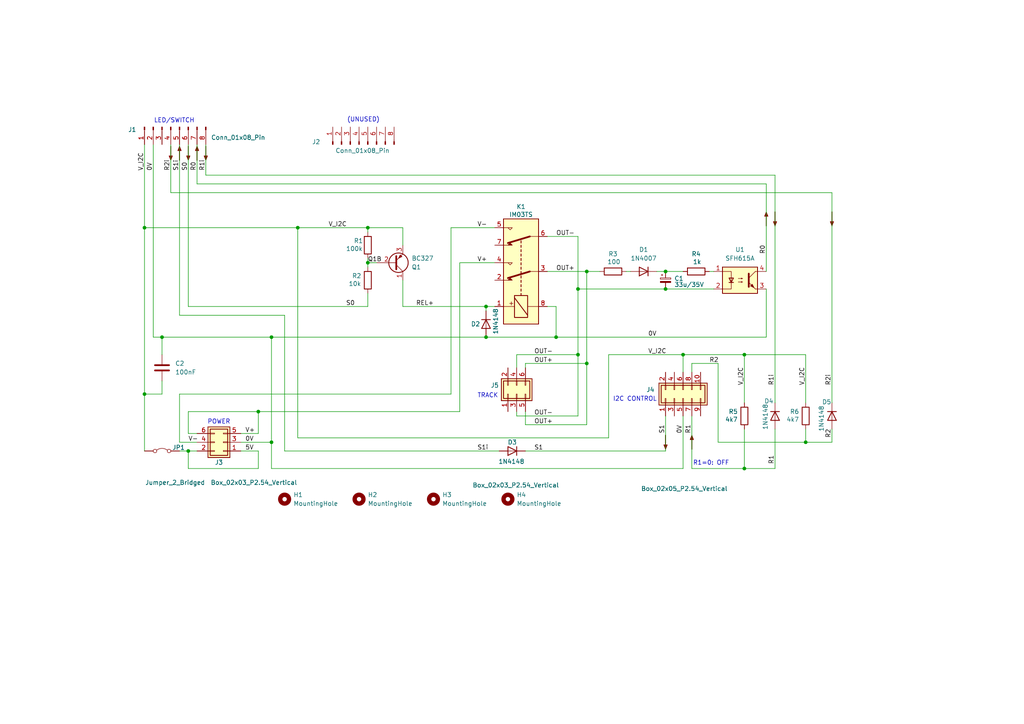
<source format=kicad_sch>
(kicad_sch (version 20231120) (generator "eeschema") (generator_version "8.0")
  (paper "A4")
  (title_block (date "2024-10-22"))
  (lib_symbols
    (symbol "Connector:Conn_01x08_Pin" (pin_names (offset 1.016) hide)
      (property "Reference" "J" (at 0 10.16 0))
      (property "Value" "Conn_01x08_Pin" (at 0 -12.7 0))
      (symbol "Conn_01x08_Pin_1_1"
        (polyline (pts (xy 1.27 -10.16) (xy 0.8636 -10.16)) (stroke (width 0.1524)))
        (polyline (pts (xy 1.27 -7.62) (xy 0.8636 -7.62)) (stroke (width 0.1524)))
        (polyline (pts (xy 1.27 -5.08) (xy 0.8636 -5.08)) (stroke (width 0.1524)))
        (polyline (pts (xy 1.27 -2.54) (xy 0.8636 -2.54)) (stroke (width 0.1524)))
        (polyline (pts (xy 1.27 0) (xy 0.8636 0)) (stroke (width 0.1524)))
        (polyline (pts (xy 1.27 2.54) (xy 0.8636 2.54)) (stroke (width 0.1524)))
        (polyline (pts (xy 1.27 5.08) (xy 0.8636 5.08)) (stroke (width 0.1524)))
        (polyline (pts (xy 1.27 7.62) (xy 0.8636 7.62)) (stroke (width 0.1524)))
        (rectangle (start 0.8636 -10.033) (end 0 -10.287) (stroke (width 0.1524)) (fill (type outline)))
        (rectangle (start 0.8636 -7.493) (end 0 -7.747) (stroke (width 0.1524)) (fill (type outline)))
        (rectangle (start 0.8636 -4.953) (end 0 -5.207) (stroke (width 0.1524)) (fill (type outline)))
        (rectangle (start 0.8636 -2.413) (end 0 -2.667) (stroke (width 0.1524)) (fill (type outline)))
        (rectangle (start 0.8636 0.127) (end 0 -0.127) (stroke (width 0.1524)) (fill (type outline)))
        (rectangle (start 0.8636 2.667) (end 0 2.413) (stroke (width 0.1524)) (fill (type outline)))
        (rectangle (start 0.8636 5.207) (end 0 4.953) (stroke (width 0.1524)) (fill (type outline)))
        (rectangle (start 0.8636 7.747) (end 0 7.493) (stroke (width 0.1524)) (fill (type outline)))
        (pin passive line (at 5.08 7.62 180) (length 3.81) (name "Pin_1") (number "1"))
        (pin passive line (at 5.08 5.08 180) (length 3.81) (name "Pin_2") (number "2"))
        (pin passive line (at 5.08 2.54 180) (length 3.81) (name "Pin_3") (number "3"))
        (pin passive line (at 5.08 0 180) (length 3.81) (name "Pin_4") (number "4"))
        (pin passive line (at 5.08 -2.54 180) (length 3.81) (name "Pin_5") (number "5"))
        (pin passive line (at 5.08 -5.08 180) (length 3.81) (name "Pin_6") (number "6"))
        (pin passive line (at 5.08 -7.62 180) (length 3.81) (name "Pin_7") (number "7"))
        (pin passive line (at 5.08 -10.16 180) (length 3.81) (name "Pin_8") (number "8"))
      )
    )
    (symbol "Device:C" (pin_numbers hide) (pin_names (offset 0.254))
      (property "Reference" "C" (at 0.635 2.54 0))
      (property "Value" "C" (at 0.635 -2.54 0))
      (symbol "C_0_1"
        (polyline (pts (xy -2.032 -0.762) (xy 2.032 -0.762)) (stroke (width 0.508)))
        (polyline (pts (xy -2.032 0.762) (xy 2.032 0.762)) (stroke (width 0.508)))
      )
      (symbol "C_1_1"
        (pin passive line (at 0 3.81 270) (length 2.794) (name "~") (number "1"))
        (pin passive line (at 0 -3.81 90) (length 2.794) (name "~") (number "2"))
      )
    )
    (symbol "Device:C_Polarized_Small" (pin_numbers hide) (pin_names (offset 0.254) hide)
      (property "Reference" "C" (at 0.254 1.778 0))
      (property "Value" "C_Polarized_Small" (at 0.254 -2.032 0))
      (symbol "C_Polarized_Small_0_1"
        (rectangle (start -1.524 -0.3048) (end 1.524 -0.6858) (fill (type outline)))
        (rectangle (start -1.524 0.6858) (end 1.524 0.3048))
        (polyline (pts (xy -1.27 1.524) (xy -0.762 1.524)))
        (polyline (pts (xy -1.016 1.27) (xy -1.016 1.778)))
      )
      (symbol "C_Polarized_Small_1_1"
        (pin passive line (at 0 2.54 270) (length 1.8542) (name "~") (number "1"))
        (pin passive line (at 0 -2.54 90) (length 1.8542) (name "~") (number "2"))
      )
    )
    (symbol "Device:R" (pin_numbers hide) (pin_names (offset 0))
      (property "Reference" "R" (at 2.032 0 90))
      (property "Value" "R" (at 0 0 90))
      (symbol "R_0_1"
        (rectangle (start -1.016 -2.54) (end 1.016 2.54) (stroke (width 0.254)))
      )
      (symbol "R_1_1"
        (pin passive line (at 0 3.81 270) (length 1.27) (name "~") (number "1"))
        (pin passive line (at 0 -3.81 90) (length 1.27) (name "~") (number "2"))
      )
    )
    (symbol "Diode:1N4007" (pin_numbers hide) (pin_names hide)
      (property "Reference" "D" (at 0 2.54 0))
      (property "Value" "1N4007" (at 0 -2.54 0))
      (symbol "1N4007_0_1"
        (polyline (pts (xy -1.27 1.27) (xy -1.27 -1.27)) (stroke (width 0.254)))
        (polyline (pts (xy 1.27 0) (xy -1.27 0)))
        (polyline (pts (xy 1.27 1.27) (xy 1.27 -1.27) (xy -1.27 0) (xy 1.27 1.27)) (stroke (width 0.254)))
      )
      (symbol "1N4007_1_1"
        (pin passive line (at -3.81 0 0) (length 2.54) (name "K") (number "1"))
        (pin passive line (at 3.81 0 180) (length 2.54) (name "A") (number "2"))
      )
    )
    (symbol "Diode:1N4148" (pin_numbers hide) (pin_names hide)
      (property "Reference" "D" (at 0 2.54 0))
      (property "Value" "1N4148" (at 0 -2.54 0))
      (symbol "1N4148_0_1"
        (polyline (pts (xy -1.27 1.27) (xy -1.27 -1.27)) (stroke (width 0.254)))
        (polyline (pts (xy 1.27 0) (xy -1.27 0)))
        (polyline (pts (xy 1.27 1.27) (xy 1.27 -1.27) (xy -1.27 0) (xy 1.27 1.27)) (stroke (width 0.254)))
      )
      (symbol "1N4148_1_1"
        (pin passive line (at -3.81 0 0) (length 2.54) (name "K") (number "1"))
        (pin passive line (at 3.81 0 180) (length 2.54) (name "A") (number "2"))
      )
    )
    (symbol "Graphic:SYM_Arrow_Small" (in_bom no) (on_board no)
      (symbol "SYM_Arrow_Small_0_1"
        (polyline (pts (xy 1.524 0) (xy -2.032 0)) (stroke (width 0.254)))
        (polyline (pts (xy 2.032 0) (xy 0.762 -0.508) (xy 0.762 0.508) (xy 2.032 0)) (fill (type outline)))
      )
    )
    (symbol "Jumper:Jumper_2_Bridged" (pin_numbers hide) (pin_names (offset 0) hide) (exclude_from_sim yes)
      (property "Reference" "JP" (at 0 1.905 0))
      (property "Value" "Jumper_2_Bridged" (at 0 -2.54 0))
      (symbol "Jumper_2_Bridged_0_0"
        (circle (center -2.032 0) (radius 0.508))
        (circle (center 2.032 0) (radius 0.508))
      )
      (symbol "Jumper_2_Bridged_0_1"
        (arc (start 1.524 0.254) (mid 0 0.762) (end -1.524 0.254))
      )
      (symbol "Jumper_2_Bridged_1_1"
        (pin passive line (at -5.08 0 0) (length 2.54) (name "A") (number "1"))
        (pin passive line (at 5.08 0 180) (length 2.54) (name "B") (number "2"))
      )
    )
    (symbol "Relay:IM03"
      (property "Reference" "K" (at 16.51 3.81 0))
      (property "Value" "IM03" (at 16.51 1.27 0))
      (symbol "IM03_0_0"
        (text "+" (at -9.271 2.921 0) (effects (font (size 1.27 1.27))))
      )
      (symbol "IM03_0_1"
        (rectangle (start -15.24 5.08) (end 15.24 -5.08) (stroke (width 0.254)) (fill (type background)))
        (rectangle (start -13.335 1.905) (end -6.985 -1.905) (stroke (width 0.254)))
        (polyline (pts (xy -12.7 -1.905) (xy -7.62 1.905)) (stroke (width 0.254)))
        (polyline (pts (xy -10.16 -5.08) (xy -10.16 -1.905)))
        (polyline (pts (xy -10.16 5.08) (xy -10.16 1.905)))
        (polyline (pts (xy -6.985 0) (xy -6.35 0)) (stroke (width 0.254)))
        (polyline (pts (xy -5.715 0) (xy -5.08 0)) (stroke (width 0.254)))
        (polyline (pts (xy -4.445 0) (xy -3.81 0)) (stroke (width 0.254)))
        (polyline (pts (xy -3.175 0) (xy -2.54 0)) (stroke (width 0.254)))
        (polyline (pts (xy -1.905 0) (xy -1.27 0)) (stroke (width 0.254)))
        (polyline (pts (xy -0.635 0) (xy 0 0)) (stroke (width 0.254)))
        (polyline (pts (xy 0 -2.54) (xy -1.905 3.81)) (stroke (width 0.508)))
        (polyline (pts (xy 0 -2.54) (xy 0 -5.08)))
        (polyline (pts (xy 0.635 0) (xy 1.27 0)) (stroke (width 0.254)))
        (polyline (pts (xy 1.905 0) (xy 2.54 0)) (stroke (width 0.254)))
        (polyline (pts (xy 3.175 0) (xy 3.81 0)) (stroke (width 0.254)))
        (polyline (pts (xy 4.445 0) (xy 5.08 0)) (stroke (width 0.254)))
        (polyline (pts (xy 5.715 0) (xy 6.35 0)) (stroke (width 0.254)))
        (polyline (pts (xy 6.985 0) (xy 7.62 0)) (stroke (width 0.254)))
        (polyline (pts (xy 8.255 0) (xy 8.89 0)) (stroke (width 0.254)))
        (polyline (pts (xy 10.16 -2.54) (xy 8.255 3.81)) (stroke (width 0.508)))
        (polyline (pts (xy 10.16 -2.54) (xy 10.16 -5.08)))
        (polyline (pts (xy -2.54 5.08) (xy -2.54 2.54) (xy -1.905 3.175) (xy -2.54 3.81)) (fill (type outline)))
        (polyline (pts (xy 2.54 5.08) (xy 2.54 2.54) (xy 1.905 3.175) (xy 2.54 3.81)))
        (polyline (pts (xy 7.62 5.08) (xy 7.62 2.54) (xy 8.255 3.175) (xy 7.62 3.81)) (fill (type outline)))
        (polyline (pts (xy 12.7 5.08) (xy 12.7 2.54) (xy 12.065 3.175) (xy 12.7 3.81)))
      )
      (symbol "IM03_1_1"
        (pin passive line (at -10.16 7.62 270) (length 2.54) (name "~") (number "1"))
        (pin passive line (at -2.54 7.62 270) (length 2.54) (name "~") (number "2"))
        (pin passive line (at 0 -7.62 90) (length 2.54) (name "~") (number "3"))
        (pin passive line (at 2.54 7.62 270) (length 2.54) (name "~") (number "4"))
        (pin passive line (at 12.7 7.62 270) (length 2.54) (name "~") (number "5"))
        (pin passive line (at 10.16 -7.62 90) (length 2.54) (name "~") (number "6"))
        (pin passive line (at 7.62 7.62 270) (length 2.54) (name "~") (number "7"))
        (pin passive line (at -10.16 -7.62 90) (length 2.54) (name "~") (number "8"))
      )
    )
    (symbol "Transistor_BJT:BC327" (pin_names (offset 0) hide)
      (property "Reference" "Q" (at 5.08 1.905 0))
      (property "Value" "BC327" (at 5.08 0 0))
      (symbol "BC327_0_1"
        (polyline (pts (xy 0.635 0.635) (xy 2.54 2.54)))
        (polyline (pts (xy 0.635 -0.635) (xy 2.54 -2.54) (xy 2.54 -2.54)))
        (polyline (pts (xy 0.635 1.905) (xy 0.635 -1.905) (xy 0.635 -1.905)) (stroke (width 0.508)))
        (polyline (pts (xy 2.286 -1.778) (xy 1.778 -2.286) (xy 1.27 -1.27) (xy 2.286 -1.778) (xy 2.286 -1.778)) (fill (type outline)))
        (circle (center 1.27 0) (radius 2.8194) (stroke (width 0.254)))
      )
      (symbol "BC327_1_1"
        (pin passive line (at 2.54 5.08 270) (length 2.54) (name "C") (number "1"))
        (pin input line (at -5.08 0 0) (length 5.715) (name "B") (number "2"))
        (pin passive line (at 2.54 -5.08 90) (length 2.54) (name "E") (number "3"))
      )
    )
    (symbol "_kh_library:Box_02x03_P2.54_Vertical" (pin_names (offset 1.016) hide)
      (property "Reference" "J" (at 1.27 5.588 0))
      (property "Value" "Box_02x03_P2.54_Vertical" (at 1.27 -6.35 0))
      (symbol "Box_02x03_P2.54_Vertical_1_1"
        (rectangle (start -1.905 4.445) (end 4.445 -4.445) (stroke (width 0.254)) (fill (type background)))
        (rectangle (start -1.27 -2.413) (end 0 -2.667) (stroke (width 0.1524)))
        (rectangle (start -1.27 0.127) (end 0 -0.127) (stroke (width 0.1524)))
        (rectangle (start -1.27 2.667) (end 0 2.413) (stroke (width 0.1524)))
        (rectangle (start -1.27 3.81) (end 3.81 -3.81) (stroke (width 0.254)) (fill (type background)))
        (rectangle (start 3.81 -2.413) (end 2.54 -2.667) (stroke (width 0.1524)))
        (rectangle (start 3.81 0.127) (end 2.54 -0.127) (stroke (width 0.1524)))
        (rectangle (start 3.81 2.667) (end 2.54 2.413) (stroke (width 0.1524)))
        (pin passive line (at -5.08 2.54 0) (length 3.81) (name "Pin_1") (number "1"))
        (pin passive line (at 7.62 2.54 180) (length 3.81) (name "Pin_2") (number "2"))
        (pin passive line (at -5.08 0 0) (length 3.81) (name "Pin_3") (number "3"))
        (pin passive line (at 7.62 0 180) (length 3.81) (name "Pin_4") (number "4"))
        (pin passive line (at -5.08 -2.54 0) (length 3.81) (name "Pin_5") (number "5"))
        (pin passive line (at 7.62 -2.54 180) (length 3.81) (name "Pin_6") (number "6"))
      )
    )
    (symbol "_kh_library:Box_02x05_P2.54_Vertical" (pin_names (offset 1.016) hide)
      (property "Reference" "J" (at 1.27 5.588 0))
      (property "Value" "Box_02x05_P2.54_Vertical" (at 1.27 -11.176 0))
      (symbol "Box_02x05_P2.54_Vertical_1_1"
        (rectangle (start -1.905 4.445) (end 4.445 -9.525) (stroke (width 0.254)) (fill (type background)))
        (rectangle (start -1.27 -7.493) (end 0 -7.747) (stroke (width 0.1524)))
        (rectangle (start -1.27 -4.953) (end 0 -5.207) (stroke (width 0.1524)))
        (rectangle (start -1.27 -2.413) (end 0 -2.667) (stroke (width 0.1524)))
        (rectangle (start -1.27 0.127) (end 0 -0.127) (stroke (width 0.1524)))
        (rectangle (start -1.27 2.667) (end 0 2.413) (stroke (width 0.1524)))
        (rectangle (start -1.27 3.81) (end 3.81 -8.89) (stroke (width 0.254)) (fill (type background)))
        (rectangle (start 2.54 -7.493) (end 3.81 -7.747) (stroke (width 0.1524)))
        (rectangle (start 2.54 -4.953) (end 3.81 -5.207) (stroke (width 0.1524)))
        (rectangle (start 2.54 -2.413) (end 3.81 -2.667) (stroke (width 0.1524)))
        (rectangle (start 3.81 0.127) (end 2.54 -0.127) (stroke (width 0.1524)))
        (rectangle (start 3.81 2.667) (end 2.54 2.413) (stroke (width 0.1524)))
        (pin passive line (at -5.08 2.54 0) (length 3.81) (name "Pin_1") (number "1"))
        (pin passive line (at 7.62 -7.62 180) (length 3.81) (name "Pin_10") (number "10"))
        (pin passive line (at 7.62 2.54 180) (length 3.81) (name "Pin_2") (number "2"))
        (pin passive line (at -5.08 0 0) (length 3.81) (name "Pin_3") (number "3"))
        (pin passive line (at 7.62 0 180) (length 3.81) (name "Pin_4") (number "4"))
        (pin passive line (at -5.08 -2.54 0) (length 3.81) (name "Pin_5") (number "5"))
        (pin passive line (at 7.62 -2.54 180) (length 3.81) (name "Pin_6") (number "6"))
        (pin passive line (at -5.08 -5.08 0) (length 3.81) (name "Pin_7") (number "7"))
        (pin passive line (at 7.62 -5.08 180) (length 3.81) (name "Pin_8") (number "8"))
        (pin passive line (at -5.08 -7.62 0) (length 3.81) (name "Pin_9") (number "9"))
      )
    )
    (symbol "_kh_library:MountingHole" (pin_names (offset 1.016)) (exclude_from_sim yes) (in_bom no)
      (property "Reference" "H" (at 0 5.08 0))
      (property "Value" "MountingHole" (at 0 3.175 0))
      (symbol "MountingHole_0_1"
        (circle (center 0 0) (radius 1.27) (stroke (width 1.27)))
      )
    )
    (symbol "_kh_library:SFH615A" (pin_names (offset 1.016))
      (property "Reference" "U" (at -5.08 5.08 0))
      (property "Value" "SFH615A" (at 0 5.08 0))
      (symbol "SFH615A_0_1"
        (rectangle (start -5.08 3.81) (end 5.08 -3.81) (stroke (width 0.254)) (fill (type background)))
        (polyline (pts (xy -3.175 -0.635) (xy -1.905 -0.635)) (stroke (width 0.254)))
        (polyline (pts (xy 2.54 0.635) (xy 4.445 2.54)))
        (polyline (pts (xy 4.445 -2.54) (xy 2.54 -0.635)) (fill (type outline)))
        (polyline (pts (xy 4.445 -2.54) (xy 5.08 -2.54)))
        (polyline (pts (xy 4.445 2.54) (xy 5.08 2.54)))
        (polyline (pts (xy -2.54 -0.635) (xy -2.54 -2.54) (xy -5.08 -2.54)))
        (polyline (pts (xy 2.54 1.905) (xy 2.54 -1.905) (xy 2.54 -1.905)) (stroke (width 0.508)))
        (polyline (pts (xy -5.08 2.54) (xy -2.54 2.54) (xy -2.54 -1.27) (xy -2.54 0.635)))
        (polyline (pts (xy -2.54 -0.635) (xy -3.175 0.635) (xy -1.905 0.635) (xy -2.54 -0.635)) (stroke (width 0.254)))
        (polyline (pts (xy -0.508 -0.508) (xy 0.762 -0.508) (xy 0.381 -0.635) (xy 0.381 -0.381) (xy 0.762 -0.508)))
        (polyline (pts (xy -0.508 0.508) (xy 0.762 0.508) (xy 0.381 0.381) (xy 0.381 0.635) (xy 0.762 0.508)))
        (polyline (pts (xy 3.048 -1.651) (xy 3.556 -1.143) (xy 4.064 -2.159) (xy 3.048 -1.651) (xy 3.048 -1.651)) (fill (type outline)))
      )
      (symbol "SFH615A_1_1"
        (pin passive line (at -7.62 2.54 0) (length 2.54) (name "~") (number "1"))
        (pin passive line (at -7.62 -2.54 0) (length 2.54) (name "~") (number "2"))
        (pin passive line (at 7.62 -2.54 180) (length 2.54) (name "~") (number "3"))
        (pin passive line (at 7.62 2.54 180) (length 2.54) (name "~") (number "4"))
      )
    )
  )
  (junction (at 170.18 105.41))
  (junction (at 46.99 97.79))
  (junction (at 233.68 128.27))
  (junction (at 41.91 66.04))
  (junction (at 78.74 97.79))
  (junction (at 54.61 130.81))
  (junction (at 193.04 78.74))
  (junction (at 215.9 135.89))
  (junction (at 78.74 128.27))
  (junction (at 167.64 102.87))
  (junction (at 161.29 97.79))
  (junction (at 215.9 102.87))
  (junction (at 140.97 88.9))
  (junction (at 106.68 76.2))
  (junction (at 74.93 119.38))
  (junction (at 198.12 102.87))
  (junction (at 86.36 66.04))
  (junction (at 193.04 83.82))
  (junction (at 170.18 78.74))
  (junction (at 41.91 114.3))
  (junction (at 106.68 66.04))
  (junction (at 140.97 97.79))
  (junction (at 167.64 83.82))
  (wire (pts (xy 54.61 135.89) (xy 54.61 130.81)))
  (wire (pts (xy 233.68 124.46) (xy 233.68 128.27)))
  (wire (pts (xy 167.64 68.58) (xy 158.75 68.58)))
  (wire (pts (xy 170.18 78.74) (xy 173.99 78.74)))
  (wire (pts (xy 161.29 97.79) (xy 222.25 97.79)))
  (wire (pts (xy 181.61 78.74) (xy 182.88 78.74)))
  (wire (pts (xy 78.74 135.89) (xy 78.74 128.27)))
  (wire (pts (xy 222.25 53.34) (xy 57.15 53.34)))
  (wire (pts (xy 86.36 66.04) (xy 86.36 127)))
  (wire (pts (xy 59.69 41.91) (xy 59.69 50.8)))
  (wire (pts (xy 106.68 76.2) (xy 106.68 77.47)))
  (wire (pts (xy 224.79 124.46) (xy 224.79 135.89)))
  (wire (pts (xy 193.04 130.81) (xy 152.4 130.81)))
  (wire (pts (xy 54.61 125.73) (xy 57.15 125.73)))
  (wire (pts (xy 57.15 128.27) (xy 52.07 128.27)))
  (wire (pts (xy 78.74 135.89) (xy 198.12 135.89)))
  (wire (pts (xy 222.25 78.74) (xy 222.25 53.34)))
  (wire (pts (xy 116.84 66.04) (xy 116.84 71.12)))
  (wire (pts (xy 46.99 97.79) (xy 46.99 102.87)))
  (wire (pts (xy 233.68 128.27) (xy 241.3 128.27)))
  (wire (pts (xy 224.79 50.8) (xy 224.79 116.84)))
  (wire (pts (xy 49.53 55.88) (xy 241.3 55.88)))
  (wire (pts (xy 140.97 88.9) (xy 116.84 88.9)))
  (wire (pts (xy 143.51 88.9) (xy 140.97 88.9)))
  (wire (pts (xy 54.61 41.91) (xy 54.61 88.9)))
  (wire (pts (xy 54.61 88.9) (xy 106.68 88.9)))
  (wire (pts (xy 82.55 130.81) (xy 144.78 130.81)))
  (wire (pts (xy 190.5 78.74) (xy 193.04 78.74)))
  (wire (pts (xy 133.35 119.38) (xy 133.35 76.2)))
  (wire (pts (xy 167.64 120.65) (xy 167.64 102.87)))
  (wire (pts (xy 205.74 78.74) (xy 207.01 78.74)))
  (wire (pts (xy 82.55 91.44) (xy 52.07 91.44)))
  (wire (pts (xy 74.93 125.73) (xy 74.93 119.38)))
  (wire (pts (xy 152.4 123.19) (xy 170.18 123.19)))
  (wire (pts (xy 215.9 102.87) (xy 215.9 116.84)))
  (wire (pts (xy 57.15 41.91) (xy 57.15 53.34)))
  (wire (pts (xy 46.99 97.79) (xy 78.74 97.79)))
  (wire (pts (xy 106.68 74.93) (xy 106.68 76.2)))
  (wire (pts (xy 78.74 128.27) (xy 78.74 97.79)))
  (wire (pts (xy 41.91 114.3) (xy 41.91 130.81)))
  (wire (pts (xy 54.61 130.81) (xy 57.15 130.81)))
  (wire (pts (xy 200.66 105.41) (xy 200.66 107.95)))
  (wire (pts (xy 69.85 128.27) (xy 78.74 128.27)))
  (wire (pts (xy 200.66 135.89) (xy 200.66 120.65)))
  (wire (pts (xy 130.81 66.04) (xy 143.51 66.04)))
  (wire (pts (xy 59.69 50.8) (xy 224.79 50.8)))
  (wire (pts (xy 52.07 130.81) (xy 54.61 130.81)))
  (wire (pts (xy 133.35 76.2) (xy 143.51 76.2)))
  (wire (pts (xy 49.53 41.91) (xy 49.53 55.88)))
  (wire (pts (xy 52.07 114.3) (xy 130.81 114.3)))
  (wire (pts (xy 233.68 116.84) (xy 233.68 102.87)))
  (wire (pts (xy 158.75 78.74) (xy 170.18 78.74)))
  (wire (pts (xy 74.93 119.38) (xy 54.61 119.38)))
  (wire (pts (xy 69.85 125.73) (xy 74.93 125.73)))
  (wire (pts (xy 170.18 105.41) (xy 170.18 123.19)))
  (wire (pts (xy 167.64 83.82) (xy 167.64 102.87)))
  (wire (pts (xy 116.84 81.28) (xy 116.84 88.9)))
  (wire (pts (xy 106.68 66.04) (xy 106.68 67.31)))
  (wire (pts (xy 241.3 124.46) (xy 241.3 128.27)))
  (wire (pts (xy 41.91 66.04) (xy 41.91 114.3)))
  (wire (pts (xy 78.74 97.79) (xy 140.97 97.79)))
  (wire (pts (xy 106.68 66.04) (xy 116.84 66.04)))
  (wire (pts (xy 224.79 135.89) (xy 215.9 135.89)))
  (wire (pts (xy 233.68 128.27) (xy 208.28 128.27)))
  (wire (pts (xy 69.85 130.81) (xy 74.93 130.81)))
  (wire (pts (xy 193.04 78.74) (xy 198.12 78.74)))
  (wire (pts (xy 149.86 120.65) (xy 167.64 120.65)))
  (wire (pts (xy 158.75 88.9) (xy 161.29 88.9)))
  (wire (pts (xy 130.81 114.3) (xy 130.81 66.04)))
  (wire (pts (xy 176.53 127) (xy 176.53 102.87)))
  (wire (pts (xy 74.93 119.38) (xy 133.35 119.38)))
  (wire (pts (xy 106.68 76.2) (xy 109.22 76.2)))
  (wire (pts (xy 215.9 124.46) (xy 215.9 135.89)))
  (wire (pts (xy 170.18 78.74) (xy 170.18 105.41)))
  (wire (pts (xy 106.68 85.09) (xy 106.68 88.9)))
  (wire (pts (xy 193.04 120.65) (xy 193.04 130.81)))
  (wire (pts (xy 161.29 88.9) (xy 161.29 97.79)))
  (wire (pts (xy 54.61 119.38) (xy 54.61 125.73)))
  (wire (pts (xy 167.64 68.58) (xy 167.64 83.82)))
  (wire (pts (xy 44.45 41.91) (xy 44.45 97.79)))
  (wire (pts (xy 152.4 105.41) (xy 170.18 105.41)))
  (wire (pts (xy 152.4 106.68) (xy 152.4 105.41)))
  (wire (pts (xy 82.55 91.44) (xy 82.55 130.81)))
  (wire (pts (xy 193.04 83.82) (xy 207.01 83.82)))
  (wire (pts (xy 86.36 66.04) (xy 106.68 66.04)))
  (wire (pts (xy 193.04 83.82) (xy 167.64 83.82)))
  (wire (pts (xy 74.93 135.89) (xy 54.61 135.89)))
  (wire (pts (xy 140.97 97.79) (xy 161.29 97.79)))
  (wire (pts (xy 200.66 135.89) (xy 215.9 135.89)))
  (wire (pts (xy 46.99 110.49) (xy 46.99 114.3)))
  (wire (pts (xy 44.45 97.79) (xy 46.99 97.79)))
  (wire (pts (xy 46.99 114.3) (xy 41.91 114.3)))
  (wire (pts (xy 86.36 127) (xy 176.53 127)))
  (wire (pts (xy 198.12 135.89) (xy 198.12 120.65)))
  (wire (pts (xy 74.93 130.81) (xy 74.93 135.89)))
  (wire (pts (xy 222.25 83.82) (xy 222.25 97.79)))
  (wire (pts (xy 152.4 119.38) (xy 152.4 123.19)))
  (wire (pts (xy 41.91 41.91) (xy 41.91 66.04)))
  (wire (pts (xy 41.91 66.04) (xy 86.36 66.04)))
  (wire (pts (xy 233.68 102.87) (xy 215.9 102.87)))
  (wire (pts (xy 176.53 102.87) (xy 198.12 102.87)))
  (wire (pts (xy 241.3 55.88) (xy 241.3 116.84)))
  (wire (pts (xy 52.07 91.44) (xy 52.07 41.91)))
  (wire (pts (xy 140.97 88.9) (xy 140.97 90.17)))
  (wire (pts (xy 198.12 102.87) (xy 198.12 107.95)))
  (wire (pts (xy 208.28 105.41) (xy 200.66 105.41)))
  (wire (pts (xy 149.86 102.87) (xy 167.64 102.87)))
  (wire (pts (xy 208.28 128.27) (xy 208.28 105.41)))
  (wire (pts (xy 149.86 119.38) (xy 149.86 120.65)))
  (wire (pts (xy 149.86 106.68) (xy 149.86 102.87)))
  (wire (pts (xy 52.07 128.27) (xy 52.07 114.3)))
  (wire (pts (xy 198.12 102.87) (xy 215.9 102.87)))
  (text "R1=0: OFF" (at 206.248 134.366 0) (effects (font (size 1.27 1.27))))
  (text "TRACK" (at 141.478 114.808 0) (effects (font (size 1.27 1.27))))
  (text "I2C CONTROL" (at 184.15 115.824 0) (effects (font (size 1.27 1.27))))
  (text "POWER" (at 63.5 122.428 0) (effects (font (size 1.27 1.27))))
  (text "(UNUSED)" (at 105.41 34.798 0) (effects (font (size 1.27 1.27))))
  (text "LED/SWITCH" (at 50.546 35.052 0) (effects (font (size 1.27 1.27))))
  (label "V_I2C" (at 41.91 49.53 90))
  (label "R2i" (at 241.3 111.76 90))
  (label "R2" (at 205.74 105.41 0))
  (label "OUT-" (at 154.94 120.65 0))
  (label "OUT+" (at 154.94 105.41 0))
  (label "R1" (at 200.66 125.73 90))
  (label "S1i" (at 52.07 49.53 90))
  (label "0V" (at 198.12 125.73 90))
  (label "V-" (at 138.43 66.04 0))
  (label "R2" (at 241.3 127 90))
  (label "S1" (at 193.04 125.73 90))
  (label "0V" (at 71.12 128.27 0))
  (label "REL+" (at 120.65 88.9 0))
  (label "S0" (at 54.61 49.53 90))
  (label "R2i" (at 49.53 49.53 90))
  (label "OUT+" (at 161.29 78.74 0))
  (label "OUT-" (at 154.94 102.87 0))
  (label "V_I2C" (at 233.68 111.76 90))
  (label "S1i" (at 138.43 130.81 0))
  (label "V-" (at 54.61 128.27 0))
  (label "0V" (at 44.45 49.53 90))
  (label "V_I2C" (at 187.96 102.87 0))
  (label "OUT+" (at 154.94 123.19 0))
  (label "S1" (at 154.94 130.81 0))
  (label "R1" (at 224.79 134.62 90))
  (label "0V" (at 187.96 97.79 0))
  (label "R1i" (at 224.79 111.76 90))
  (label "5V" (at 71.12 130.81 0))
  (label "R0" (at 57.15 49.53 90))
  (label "V+" (at 71.12 125.73 0))
  (label "S0" (at 100.33 88.9 0))
  (label "Q1B" (at 106.68 76.2 0))
  (label "V_I2C" (at 95.25 66.04 0))
  (label "V+" (at 138.43 76.2 0))
  (label "R0" (at 222.25 73.66 90))
  (label "V_I2C" (at 215.9 111.76 90))
  (label "R1i" (at 59.69 49.53 90))
  (label "OUT-" (at 161.29 68.58 0))
  (symbol (lib_id "Connector:Conn_01x08_Pin") (at 104.14 41.91 90) (unit 1)
    (property "Reference" "J2" (at 91.694 41.148 90))
    (property "Value" "Conn_01x08_Pin" (at 105.156 43.688 90))
    (property "Footprint" "_kh_library:PinSocket_1x08_P2.54mm_Vertical_kh" (effects (hide yes)))
    (property "Description" "Generic connector, single row, 01x08, script generated" (effects (hide yes)))
  )
  (symbol (lib_id "Device:R") (at 215.9 120.65 0) (unit 1)
    (property "Reference" "R5" (at 211.328 119.38 0) (effects (justify left)))
    (property "Value" "4k7" (at 210.312 121.666 0) (effects (justify left)))
    (property "Footprint" "_kh_library:R_Axial_P1.778mm_Vertical_kh" (effects (hide yes)))
  )
  (symbol (lib_id "Graphic:SYM_Arrow_Small") (at 59.69 44.45 270) (unit 1) (exclude_from_sim yes) (in_bom no) (on_board no)
    (property "Reference" "#SYM2" (effects (hide yes)))
    (property "Value" "SYM_Arrow_Small" (effects (hide yes)))
    (property "Description" "Filled arrow, 160mil" (effects (hide yes)))
  )
  (symbol (lib_id "Diode:1N4007") (at 186.69 78.74 180) (unit 1)
    (property "Reference" "D1" (at 186.69 72.39 0))
    (property "Value" "1N4007" (at 186.69 74.93 0))
    (property "Footprint" "_kh_library:D_DO-41_SOD81_P3.81mm_Vertical_AnodeUp_kh" (effects (hide yes)))
    (property "Datasheet" "http://www.vishay.com/docs/88503/1n4001.pdf" (effects (hide yes)))
    (property "Description" "1000V 1A General Purpose Rectifier Diode, DO-41" (effects (hide yes)))
    (property "Sim.Device" "D" (effects (hide yes)))
    (property "Sim.Pins" "1=K 2=A" (effects (hide yes)))
  )
  (symbol (lib_id "Diode:1N4148") (at 241.3 120.65 270) (unit 1)
    (property "Reference" "D5" (at 239.776 116.586 90))
    (property "Value" "1N4148" (at 238.252 121.412 0))
    (property "Footprint" "_kh_library:D_DO-35_P2.0mm_Vertical_AnodeUp_kh" (effects (hide yes)))
    (property "Datasheet" "https://assets.nexperia.com/documents/data-sheet/1N4148_1N4448.pdf" (effects (hide yes)))
    (property "Description" "100V 0.15A standard switching diode, DO-35" (effects (hide yes)))
    (property "Sim.Device" "D" (effects (hide yes)))
    (property "Sim.Pins" "1=K 2=A" (effects (hide yes)))
  )
  (symbol (lib_id "Graphic:SYM_Arrow_Small") (at 193.04 128.27 270) (unit 1) (exclude_from_sim yes) (in_bom no) (on_board no)
    (property "Reference" "#SYM7" (effects (hide yes)))
    (property "Value" "SYM_Arrow_Small" (effects (hide yes)))
    (property "Description" "Filled arrow, 160mil" (effects (hide yes)))
  )
  (symbol (lib_id "Graphic:SYM_Arrow_Small") (at 49.53 44.45 270) (unit 1) (exclude_from_sim yes) (in_bom no) (on_board no)
    (property "Reference" "#SYM9" (effects (hide yes)))
    (property "Value" "SYM_Arrow_Small" (effects (hide yes)))
    (property "Description" "Filled arrow, 160mil" (effects (hide yes)))
  )
  (symbol (lib_id "_kh_library:MountingHole") (at 125.73 144.78 0) (unit 1) (exclude_from_sim yes) (in_bom no)
    (property "Reference" "H3" (at 128.27 143.5099 0) (effects (justify left)))
    (property "Value" "MountingHole" (at 128.27 146.0499 0) (effects (justify left)))
    (property "Footprint" "_kh_library:MountingHole_2.2mm_M2_Pad_TopBottom_kh" (effects (hide yes)))
    (property "Description" "Mounting Hole without connection" (effects (hide yes)))
  )
  (symbol (lib_id "Diode:1N4148") (at 148.59 130.81 180) (unit 1)
    (property "Reference" "D3" (at 148.59 128.27 0))
    (property "Value" "1N4148" (at 148.336 133.858 0))
    (property "Footprint" "Diode_THT:D_DO-35_SOD27_P2.54mm_Vertical_AnodeUp" (effects (hide yes)))
    (property "Datasheet" "https://assets.nexperia.com/documents/data-sheet/1N4148_1N4448.pdf" (effects (hide yes)))
    (property "Description" "100V 0.15A standard switching diode, DO-35" (effects (hide yes)))
    (property "Sim.Device" "D" (effects (hide yes)))
    (property "Sim.Pins" "1=K 2=A" (effects (hide yes)))
  )
  (symbol (lib_id "Transistor_BJT:BC327") (at 114.3 76.2 0) (mirror x) (unit 1)
    (property "Reference" "Q1" (at 119.38 77.4701 0) (effects (justify left)))
    (property "Value" "BC327" (at 119.38 74.9301 0) (effects (justify left)))
    (property "Footprint" "_kh_library:TO-92_Inline_Wide_2.2225" (effects (hide yes)))
    (property "Datasheet" "http://www.onsemi.com/pub_link/Collateral/BC327-D.PDF" (effects (hide yes)))
    (property "Description" "0.8A Ic, 45V Vce, PNP Transistor, TO-92" (effects (hide yes)))
  )
  (symbol (lib_id "_kh_library:MountingHole") (at 82.55 144.78 0) (unit 1) (exclude_from_sim yes) (in_bom no)
    (property "Reference" "H1" (at 85.09 143.5099 0) (effects (justify left)))
    (property "Value" "MountingHole" (at 85.09 146.0499 0) (effects (justify left)))
    (property "Footprint" "_kh_library:MountingHole_2.2mm_M2_Pad_TopBottom_kh" (effects (hide yes)))
    (property "Description" "Mounting Hole without connection" (effects (hide yes)))
  )
  (symbol (lib_id "Relay:IM03") (at 151.13 78.74 90) (unit 1)
    (property "Reference" "K1" (at 151.13 59.944 90))
    (property "Value" "IM03TS" (at 151.13 62.23 90))
    (property "Footprint" "_kh_library:Relay_DPDT_AXICOM_IMSeries_Pitch5.08mm_rect_Pins" (effects (hide yes)))
    (property "Datasheet" "http://www.te.com/commerce/DocumentDelivery/DDEController?Action=srchrtrv&DocNm=108-98001&DocType=SS&DocLang=EN" (effects (hide yes)))
    (property "Description" "IM Relay, standard version, monostable, switching current 2/5A, power 60W/62.5VA, voltage 220VDC/250VAC" (effects (hide yes)))
  )
  (symbol (lib_id "_kh_library:MountingHole") (at 147.32 144.78 0) (unit 1) (exclude_from_sim yes) (in_bom no)
    (property "Reference" "H4" (at 149.86 143.5099 0) (effects (justify left)))
    (property "Value" "MountingHole" (at 149.86 146.0499 0) (effects (justify left)))
    (property "Footprint" "_kh_library:MountingHole_2.2mm_M2_Pad_TopBottom_kh" (effects (hide yes)))
    (property "Description" "Mounting Hole without connection" (effects (hide yes)))
  )
  (symbol (lib_id "_kh_library:SFH615A") (at 214.63 81.28 0) (unit 1)
    (property "Reference" "U1" (at 214.63 72.39 0))
    (property "Value" "SFH615A" (at 214.63 74.93 0))
    (property "Footprint" "Package_DIP:DIP-4_W7.62mm" (effects (hide yes)))
    (property "Datasheet" "https://toshiba.semicon-storage.com/info/docget.jsp?did=10569&prodName=TLP785" (effects (hide yes)))
    (property "Description" "DC Optocoupler, Vce 80V, CTR 50-200%, DIP4" (effects (hide yes)))
  )
  (symbol (lib_id "Diode:1N4148") (at 140.97 93.98 90) (mirror x) (unit 1)
    (property "Reference" "D2" (at 137.922 93.98 90))
    (property "Value" "1N4148" (at 143.764 93.218 0))
    (property "Footprint" "Diode_THT:D_DO-35_SOD27_P2.54mm_Vertical_AnodeUp" (effects (hide yes)))
    (property "Datasheet" "https://assets.nexperia.com/documents/data-sheet/1N4148_1N4448.pdf" (effects (hide yes)))
    (property "Description" "100V 0.15A standard switching diode, DO-35" (effects (hide yes)))
    (property "Sim.Device" "D" (effects (hide yes)))
    (property "Sim.Pins" "1=K 2=A" (effects (hide yes)))
  )
  (symbol (lib_id "Graphic:SYM_Arrow_Small") (at 224.79 63.5 270) (unit 1) (exclude_from_sim yes) (in_bom no) (on_board no)
    (property "Reference" "#SYM5" (effects (hide yes)))
    (property "Value" "SYM_Arrow_Small" (effects (hide yes)))
    (property "Description" "Filled arrow, 160mil" (effects (hide yes)))
  )
  (symbol (lib_id "_kh_library:Box_02x03_P2.54_Vertical") (at 64.77 128.27 180) (unit 1)
    (property "Reference" "J3" (at 63.5 134.112 0))
    (property "Value" "Box_02x03_P2.54_Vertical" (at 73.66 139.954 0))
    (property "Footprint" "_kh_library:Box_02x03_P2.54mm_Vertical_kh" (effects (hide yes)))
    (property "Description" "Box Header connector, double row, 02x03, odd/even pin numbering scheme" (effects (hide yes)))
  )
  (symbol (lib_id "Device:C_Polarized_Small") (at 193.04 81.28 0) (unit 1)
    (property "Reference" "C1" (at 195.58 80.772 0) (effects (justify left)))
    (property "Value" "33u/35V" (at 195.58 82.55 0) (effects (justify left)))
    (property "Footprint" "Capacitor_THT:CP_Radial_D8.0mm_P2.50mm" (effects (hide yes)))
    (property "Description" "Polarized capacitor, small symbol" (effects (hide yes)))
  )
  (symbol (lib_id "Device:C") (at 46.99 106.68 0) (unit 1)
    (property "Reference" "C2" (at 50.8 105.4099 0) (effects (justify left)))
    (property "Value" "100nF" (at 50.8 107.9499 0) (effects (justify left)))
    (property "Footprint" "_kh_library:C_Rect_L7.0mm_W2.0mm_P5.00mm_kh" (effects (hide yes)))
    (property "Description" "Unpolarized capacitor" (effects (hide yes)))
  )
  (symbol (lib_id "Graphic:SYM_Arrow_Small") (at 222.25 63.5 90) (unit 1) (exclude_from_sim yes) (in_bom no) (on_board no)
    (property "Reference" "#SYM4" (effects (hide yes)))
    (property "Value" "SYM_Arrow_Small" (effects (hide yes)))
    (property "Description" "Filled arrow, 160mil" (effects (hide yes)))
  )
  (symbol (lib_id "Graphic:SYM_Arrow_Small") (at 54.61 44.45 270) (unit 1) (exclude_from_sim yes) (in_bom no) (on_board no)
    (property "Reference" "#SYM3" (effects (hide yes)))
    (property "Value" "SYM_Arrow_Small" (effects (hide yes)))
    (property "Description" "Filled arrow, 160mil" (effects (hide yes)))
  )
  (symbol (lib_id "Diode:1N4148") (at 224.79 120.65 270) (unit 1)
    (property "Reference" "D4" (at 223.012 116.332 90))
    (property "Value" "1N4148" (at 221.996 120.904 0))
    (property "Footprint" "_kh_library:D_DO-35_P2.0mm_Vertical_AnodeUp_kh" (effects (hide yes)))
    (property "Datasheet" "https://assets.nexperia.com/documents/data-sheet/1N4148_1N4448.pdf" (effects (hide yes)))
    (property "Description" "100V 0.15A standard switching diode, DO-35" (effects (hide yes)))
    (property "Sim.Device" "D" (effects (hide yes)))
    (property "Sim.Pins" "1=K 2=A" (effects (hide yes)))
  )
  (symbol (lib_id "Device:R") (at 106.68 71.12 0) (unit 1)
    (property "Reference" "R1" (at 102.616 69.85 0) (effects (justify left)))
    (property "Value" "100k" (at 100.33 72.136 0) (effects (justify left)))
    (property "Footprint" "Resistor_THT:R_Axial_DIN0204_L3.6mm_D1.6mm_P2.54mm_Vertical" (effects (hide yes)))
  )
  (symbol (lib_id "Device:R") (at 177.8 78.74 90) (unit 1)
    (property "Reference" "R3" (at 177.8 73.66 90))
    (property "Value" "100" (at 178.054 75.946 90))
    (property "Footprint" "Resistor_THT:R_Axial_DIN0204_L3.6mm_D1.6mm_P2.54mm_Vertical" (effects (hide yes)))
  )
  (symbol (lib_id "_kh_library:Box_02x05_P2.54_Vertical") (at 195.58 115.57 90) (unit 1)
    (property "Reference" "J4" (at 187.452 113.03 90) (effects (justify right)))
    (property "Value" "Box_02x05_P2.54_Vertical" (at 185.928 141.732 90) (effects (justify right)))
    (property "Footprint" "_kh_library:Box_02x05_P2.54mm_Vertical_kh" (effects (hide yes)))
    (property "Description" "Box Header connector, double row, 02x05, odd/even pin numbering scheme" (effects (hide yes)))
  )
  (symbol (lib_id "Device:R") (at 233.68 120.65 0) (unit 1)
    (property "Reference" "R6" (at 229.108 119.38 0) (effects (justify left)))
    (property "Value" "4k7" (at 228.092 121.666 0) (effects (justify left)))
    (property "Footprint" "_kh_library:R_Axial_P1.778mm_Vertical_kh" (effects (hide yes)))
  )
  (symbol (lib_id "_kh_library:Box_02x03_P2.54_Vertical") (at 149.86 114.3 90) (unit 1)
    (property "Reference" "J5" (at 143.51 111.76 90))
    (property "Value" "Box_02x03_P2.54_Vertical" (at 149.606 140.716 90))
    (property "Footprint" "_kh_library:Box_02x03_P2.54mm_Vertical_kh" (effects (hide yes)))
    (property "Description" "Box Header connector, double row, 02x03, odd/even pin numbering scheme" (effects (hide yes)))
  )
  (symbol (lib_id "Device:R") (at 201.93 78.74 90) (unit 1)
    (property "Reference" "R4" (at 201.93 73.66 90))
    (property "Value" "1k" (at 202.184 75.946 90))
    (property "Footprint" "Resistor_THT:R_Axial_DIN0204_L3.6mm_D1.6mm_P2.54mm_Vertical" (effects (hide yes)))
  )
  (symbol (lib_id "Graphic:SYM_Arrow_Small") (at 52.07 44.45 90) (unit 1) (exclude_from_sim yes) (in_bom no) (on_board no)
    (property "Reference" "#SYM1" (effects (hide yes)))
    (property "Value" "SYM_Arrow_Small" (effects (hide yes)))
    (property "Description" "Filled arrow, 160mil" (effects (hide yes)))
  )
  (symbol (lib_id "Graphic:SYM_Arrow_Small") (at 57.15 44.45 90) (unit 1) (exclude_from_sim yes) (in_bom no) (on_board no)
    (property "Reference" "#SYM8" (effects (hide yes)))
    (property "Value" "SYM_Arrow_Small" (effects (hide yes)))
    (property "Description" "Filled arrow, 160mil" (effects (hide yes)))
  )
  (symbol (lib_id "_kh_library:MountingHole") (at 104.14 144.78 0) (unit 1) (exclude_from_sim yes) (in_bom no)
    (property "Reference" "H2" (at 106.68 143.5099 0) (effects (justify left)))
    (property "Value" "MountingHole" (at 106.68 146.0499 0) (effects (justify left)))
    (property "Footprint" "_kh_library:MountingHole_2.2mm_M2_Pad_TopBottom_kh" (effects (hide yes)))
    (property "Description" "Mounting Hole without connection" (effects (hide yes)))
  )
  (symbol (lib_id "Jumper:Jumper_2_Bridged") (at 46.99 130.81 0) (unit 1) (exclude_from_sim yes)
    (property "Reference" "JP1" (at 51.816 129.794 0))
    (property "Value" "Jumper_2_Bridged" (at 50.8 139.954 0))
    (property "Footprint" "Jumper:SolderJumper-2_P1.3mm_Bridged_Pad1.0x1.5mm" (effects (hide yes)))
    (property "Description" "Jumper, 2-pole, closed/bridged" (effects (hide yes)))
  )
  (symbol (lib_id "Graphic:SYM_Arrow_Small") (at 200.66 128.27 90) (unit 1) (exclude_from_sim yes) (in_bom no) (on_board no)
    (property "Reference" "#SYM6" (effects (hide yes)))
    (property "Value" "SYM_Arrow_Small" (effects (hide yes)))
    (property "Description" "Filled arrow, 160mil" (effects (hide yes)))
  )
  (symbol (lib_id "Graphic:SYM_Arrow_Small") (at 241.3 63.5 270) (unit 1) (exclude_from_sim yes) (in_bom no) (on_board no)
    (property "Reference" "#SYM10" (effects (hide yes)))
    (property "Value" "SYM_Arrow_Small" (effects (hide yes)))
    (property "Description" "Filled arrow, 160mil" (effects (hide yes)))
  )
  (symbol (lib_id "Connector:Conn_01x08_Pin") (at 49.53 36.83 90) (mirror x) (unit 1)
    (property "Reference" "J1" (at 38.354 37.592 90))
    (property "Value" "Conn_01x08_Pin" (at 69.088 39.878 90))
    (property "Footprint" "_kh_library:PinSocket_1x08_P2.54mm_Vertical_kh" (effects (hide yes)))
    (property "Description" "Generic connector, single row, 01x08, script generated" (effects (hide yes)))
  )
  (symbol (lib_id "Device:R") (at 106.68 81.28 0) (unit 1)
    (property "Reference" "R2" (at 102.108 80.01 0) (effects (justify left)))
    (property "Value" "10k" (at 101.092 82.296 0) (effects (justify left)))
    (property "Footprint" "Resistor_THT:R_Axial_DIN0204_L3.6mm_D1.6mm_P2.54mm_Vertical" (effects (hide yes)))
  )
)
</source>
